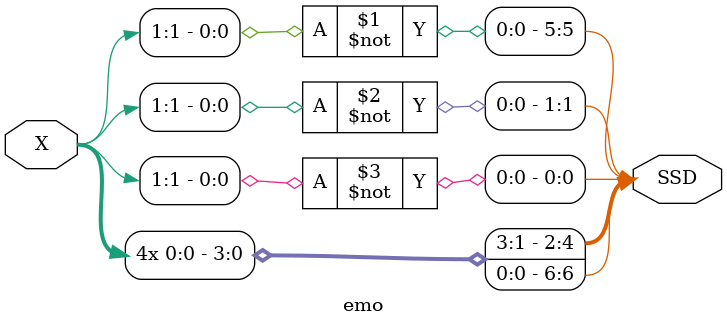
<source format=v>
module dengt(
out ,//Counter output
//datatemp , //Parallel load
//load , //Parallel load enable
//enable,  // enable counting
CLOCK_50,  // clock input
SW,HEX1, HEX0,  LEDR , KEY, LEDG, HEX5, HEX4,
Q,	// Output LED
 );
 //---------- Output Ports-------
 output [7:0] out;		// to 7 segment
 output [2:0] Q;			// to 3 lights
 output [17:0] LEDR;		
  output [8:0] LEDG;
 output [0:6] HEX1, HEX0, HEX5,HEX4;

 //---------- Input Ports-------
 //input [7:0] datatemp;
 input  CLOCK_50;	// raw clock input
 input [0:3] KEY;
  //---------- Internal Variables-------
  input [17:0] SW;
  reg [2:0] Q;
  reg [9:0] out;
  reg [3:0] base;		// base = 0001 for countdown
  reg [7:0] dataR;	// value of RED
  wire [7:0] datatemp;	// temporary data for Load
  reg [7:0] dataY;	//value of Yellow
  reg [7:0] dataG;	//value of Green
  reg tempG8,Qstand;		// tempg8 for invalid in Configure mod, Qstand for standby mod
wire loadr,loadg,loady,enable,reset,skip,standby;	// loadr, loadg, loady for Loadmod, enable to switch between 2 mods, reset mod, skip mod, standby mod
wire [1:0] emergency; //emergency mod
  initial 	// operate 1 time before main block
  begin 
	base = 4'b0001;		// for countdown = countdown -1 
	
	dataR[7:0] = 8'b00110101;  //35s in BCD
	dataG[7:0] = 8'b00100101;	//25s in BCD
    dataY[7:0] = 8'b00000100; //4s in BCD
	 Q[2] = 1;						// Green to Red fisrt
			Q[1] = 0; 				//
				 Q[0] = 0; 		// Q[0] , Q[1], Q[2] : Red, Yellow, Green, respectively
					
	
	end
  //--------Main Block-----
 
  
   

	
	
 reg [25:0] accum = 0;	// for 1s clock pulse
wire pps = (accum == 0);
 reg [25:0] accum2 = 0;// for acsync clock pulse
wire acs = (accum2 == 0);
 assign datatemp[7:0]=SW[7:0];	// Load data Mod
  assign enable =SW[8] ;		// Enable Switch
	assign standby = SW[15] ;	
		assign loadr = SW[9];
			assign	loady = SW[10];
				assign loadg = SW[11];
					assign LEDR[16:3] = 14'b0;	// These LEDs are not used
						assign reset = KEY[3];	
							assign skip = KEY[2];
								assign emergency[0] = KEY[1];
						
	
	assign LEDR[2:0] = Q[2:0];
	assign LEDG[8] = tempG8;
b2d_7seg A (out[4:0], HEX0);	// output timer to Led7Seg
b2d_7seg B (out[9:5], HEX1);
emG G (emergency, HEX5);// output emergency to Led7Seg
emo o (emergency, HEX4);


always  @(posedge CLOCK_50)	// raw clock
begin

	accum <= (pps ? 50_000_000 : accum) - 1;	// for 1s clock pulse
	accum2 <= (acs ? 00_001_000 : accum2) - 1;  // for acsync clock pulse
                                             
    if (pps) begin
       // … things to do once per second …
		 
					
	if (~skip) 
				begin
					out[3:0] = 0; out[8:5]=0;
				end
    if (~reset) 
				begin
					Q[2]=1;Q[0] =0;Q[1]=0; dataR[7:0] = 8'b00110101; dataG[7:0] = 8'b00100101; dataY[7:0] = 8'b00000100;
					out[3:0] = 0; out[8:5]=0;
				end

	//else 
 if (enable)
	
		
			begin
				if (standby) begin  Q[1] = Qstand;Qstand <= ~Qstand;out[4]<=1'b0;Q[2] = 0; Q[0] = 0; out[9]<=1'b0;
							 end
					else 
					begin 
					out[4]<=1'b1;	//turn on Led7segment
					out[9]<=1'b1;		
					if ((Q[1] == 0) && (Q[0] ==0)&&(Q[2] == 0)) begin Q[2] = 1;Q[1] = 0;  Q[0] = 0; end //in case there is no lights initially
					else if ((out[8:5]==4'b0000) && (out[3:0]==4'b0000))
					begin 
						
						if ((Q[1] == 0) && (Q[0] == 0)&&(Q[2] == 1)) begin Q[2]=0;Q[0]=1; out[8:5] <= dataR[7:4]; out[3:0] <= dataR[3:0];end		//Green to Red
							else if ((Q[1] == 1) && (Q[0] ==0)&&(Q[2] == 0)) begin Q[2]=1;Q[1]=0; out[8:5] <= dataG[7:4]; out[3:0] <= dataG[3:0]; end   //Red to Amber
								else if ((Q[1] == 0) && (Q[0] ==1)&&(Q[2] == 0) ) begin Q[1]=1;Q[0] =0; out[8:5] <= dataY[7:4]; out[3:0] <= dataY[3:0]; end	  //Amber to Green
					end
					else if (out[3:0]==4'b0000) begin out[8:5]<=(out[8:5]-base); out[3:0]=4'b1001; end	
					else out[3:0]<=(out[3:0]-base);		// countdown = countdown - 1 ;
					end
			
	
			end//end enable
	
	
    end //endposclock1s
	
if (acs) 
	begin
		
			
			if (~enable) //things to do when no enble/ confuge mod
				begin
				
		 if ((SW[12]==1 && SW[13]==1 )||(SW[12]==1 && SW[14]==1 )||(SW[13]==1 && SW[14]==1 )) 	//invalid Configure mod
						begin 
								tempG8 = 1;Q[1] = 0;	Q[0] =0 ;	Q[2] = 0;
						end
				else begin 
				out[4]<=1'b0;
				out[9]<=1'b0;
				Q[0] = SW[12];
				
				Q[1] = SW[13];
				
				Q[2] = SW[14];
				
				tempG8 = 0;
				end
			 if (loadr) 
		 
				begin
					
					dataR[7:4] <= datatemp[7:4];
  				   dataR[3:0] <= datatemp[3:0];
					//out[3:0]<=(out[3:0]-base);
				end
			else  if (loady) 
		 
				begin
					
					dataY[7:4] <= datatemp[7:4];
  				   dataY[3:0] <= datatemp[3:0];
					//out[3:0]<=(out[3:0]-base);
				end
			else  if (loadg) 
		 
				begin
					
					dataG[7:4] <= datatemp[7:4];
  				   dataG[3:0] <= datatemp[3:0];
					//out[3:0]<=(out[3:0]-base);
				end
		//	else if (~emergency) 
		//			begin
						//HEX3[6]=1;HEX3[5]=1;HEX3[4]=1;HEX3[3]=1;HEX3[2]=1;HEX3[0]=1;
						//HEX4[6]=1; HEX4[4]=1;HEX4[3]=1;HEX4[2]=1;
						
			//		end
		
			 
				
				end
			end  //end acsync
end //endrawclock
	
 endmodule
   

module b2d_7seg (X, SSD);
  input [4:0] X;
  output [0:6] SSD;
	
  assign SSD[0]  = (~X[4])|((~X[3] & ~X[2] & ~X[1] &  X[0]) | (~X[3] &  X[2] & ~X[1] & ~X[0]))  ;
  assign SSD[1] = (~X[4])|((~X[3] &  X[2] & ~X[1] &  X[0]) | (~X[3] &  X[2] &  X[1] & ~X[0]));
  assign SSD[2] = (~X[4])|(~X[3] & ~X[2] &  X[1] & ~X[0] );
  assign SSD[3] = (~X[4])|((~X[3] & ~X[2] & ~X[1] &  X[0]) | (~X[3] &  X[2] & ~X[1] & ~X[0]) | (~X[3] &  X[2] & X[1] & X[0]) | (X[3] & ~X[2] & ~X[1] & X[0]));
  assign SSD[4] = (~X[4])|(~((~X[2] & ~X[0]) | (X[1] & ~X[0])));
  assign SSD[5] = (~X[4])|((~X[3] & ~X[2] & ~X[1] &  X[0]) | (~X[3] & ~X[2] &  X[1] & ~X[0]) | (~X[3] & ~X[2] & X[1] & X[0]) | (~X[3] & X[2] & X[1] & X[0]));
  assign SSD[6] = (~X[4])|((~X[3] & ~X[2] & ~X[1] &  X[0]) | (~X[3] & ~X[2] & ~X[1] & ~X[0]) | (~X[3] &  X[2] & X[1] & X[0]));
endmodule

module emG(X,SSD);
input [1:0] X;
output [0:6] SSD;
assign	SSD[6]=X[0];
assign	SSD[5]=X[0];
assign	SSD[4]=X[0];
assign	SSD[3]=X[0];
assign	SSD[2]=X[0];
assign	SSD[0]=X[0];
assign	SSD[1]=~X[1];
						
endmodule
module emo(X,SSD);
input [1:0]X;
output [0:6] SSD;
assign	SSD[6]=(X[0]);
assign	SSD[5]=(~X[1]);
assign	SSD[1]=(~X[1]);
assign	SSD[0]=(~X[1]);
assign	SSD[2]=(X[0]);
assign	SSD[3]=(X[0]);
assign	SSD[4]=(X[0]);
endmodule
 
	
</source>
